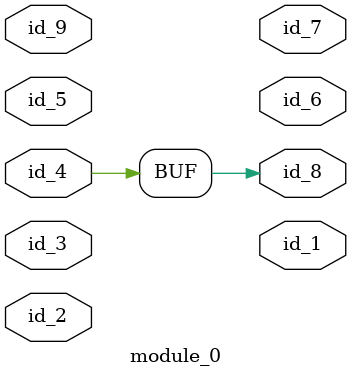
<source format=v>
`timescale 1ps / 1ps
module module_0 (
    id_1,
    id_2,
    id_3,
    id_4,
    id_5,
    id_6,
    id_7,
    id_8,
    id_9
);
  input id_9;
  output id_8;
  output id_7;
  output id_6;
  input id_5;
  input id_4;
  inout id_3;
  inout id_2;
  output id_1;
  assign id_8 = (id_4);
endmodule
`timescale 1ps / 1ps

</source>
